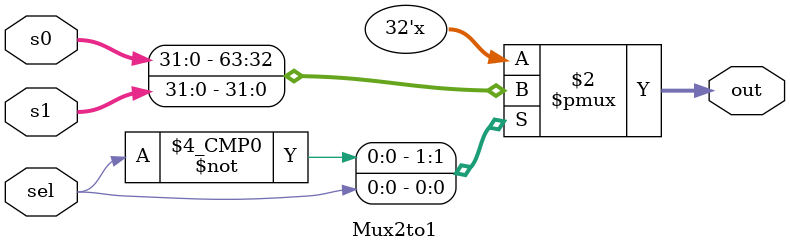
<source format=v>
module Mux2to1 #(
    parameter size = 32
) 
(
    input sel,
    input signed [size-1:0] s0,
    input signed [size-1:0] s1,
    output signed [size-1:0] out
);
    // TODO: implement your 2to1 multiplexer here

    always @(*) begin  
        case (sel)
            0: out <= s0;
            1: out <= s1;
        endcase
    end;
    
endmodule


</source>
